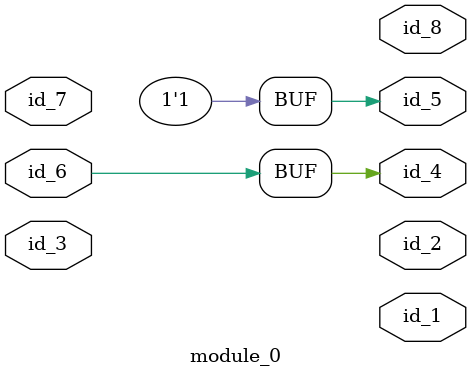
<source format=v>
module module_0 (
    id_1,
    id_2,
    id_3,
    id_4,
    id_5,
    id_6,
    id_7,
    id_8
);
  output id_8;
  input id_7;
  input id_6;
  output id_5;
  output id_4;
  inout id_3;
  output id_2;
  output id_1;
  initial begin
    id_5 = 1;
    id_4 <= id_6;
  end
endmodule

</source>
